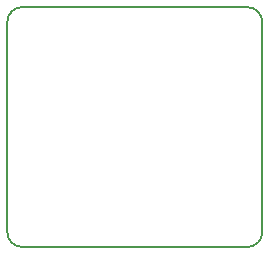
<source format=gm1>
G04 #@! TF.FileFunction,Profile,NP*
%FSLAX46Y46*%
G04 Gerber Fmt 4.6, Leading zero omitted, Abs format (unit mm)*
G04 Created by KiCad (PCBNEW 4.0.1-stable) date Monday, June 13, 2016 'PMt' 11:56:34 PM*
%MOMM*%
G01*
G04 APERTURE LIST*
%ADD10C,0.100000*%
%ADD11C,0.150000*%
G04 APERTURE END LIST*
D10*
D11*
X138430000Y-83820000D02*
X138430000Y-101600000D01*
X139700000Y-82550000D02*
X158750000Y-82550000D01*
X158750000Y-102870000D02*
X139700000Y-102870000D01*
X160020000Y-83820000D02*
X160020000Y-101600000D01*
X158750000Y-102870000D02*
G75*
G03X160020000Y-101600000I0J1270000D01*
G01*
X160020000Y-83820000D02*
G75*
G03X158750000Y-82550000I-1270000J0D01*
G01*
X139700000Y-82550000D02*
G75*
G03X138430000Y-83820000I0J-1270000D01*
G01*
X138430000Y-101600000D02*
G75*
G03X139700000Y-102870000I1270000J0D01*
G01*
M02*

</source>
